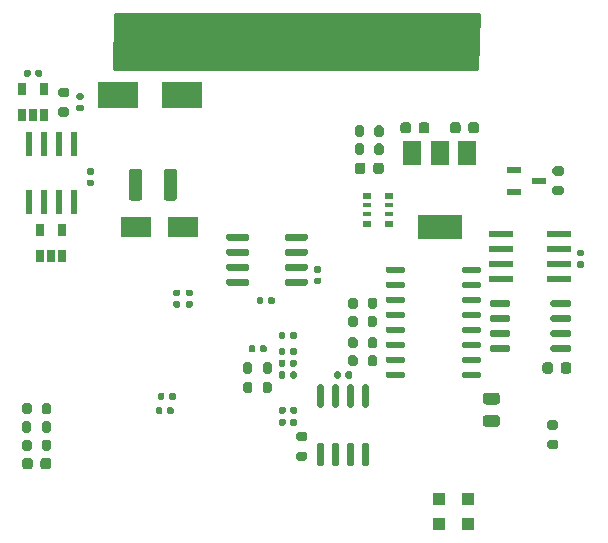
<source format=gbr>
G04 #@! TF.GenerationSoftware,KiCad,Pcbnew,5.1.9-73d0e3b20d~88~ubuntu20.04.1*
G04 #@! TF.CreationDate,2021-04-08T00:26:52+08:00*
G04 #@! TF.ProjectId,AbsoluteEncoderBoard,4162736f-6c75-4746-9545-6e636f646572,rev?*
G04 #@! TF.SameCoordinates,Original*
G04 #@! TF.FileFunction,Paste,Bot*
G04 #@! TF.FilePolarity,Positive*
%FSLAX46Y46*%
G04 Gerber Fmt 4.6, Leading zero omitted, Abs format (unit mm)*
G04 Created by KiCad (PCBNEW 5.1.9-73d0e3b20d~88~ubuntu20.04.1) date 2021-04-08 00:26:52*
%MOMM*%
%LPD*%
G01*
G04 APERTURE LIST*
%ADD10R,0.650000X1.060000*%
%ADD11R,2.500000X1.800000*%
%ADD12R,3.500000X2.300000*%
%ADD13R,1.500000X2.000000*%
%ADD14R,3.800000X2.000000*%
%ADD15R,2.000000X0.600000*%
%ADD16R,0.600000X2.000000*%
%ADD17R,0.800000X0.500000*%
%ADD18R,0.800000X0.400000*%
%ADD19R,1.000000X1.000000*%
%ADD20R,1.300000X0.600000*%
%ADD21C,0.254000*%
%ADD22C,0.100000*%
G04 APERTURE END LIST*
G36*
G01*
X146860000Y-73950000D02*
X146860000Y-73610000D01*
G75*
G02*
X147000000Y-73470000I140000J0D01*
G01*
X147280000Y-73470000D01*
G75*
G02*
X147420000Y-73610000I0J-140000D01*
G01*
X147420000Y-73950000D01*
G75*
G02*
X147280000Y-74090000I-140000J0D01*
G01*
X147000000Y-74090000D01*
G75*
G02*
X146860000Y-73950000I0J140000D01*
G01*
G37*
G36*
G01*
X145900000Y-73950000D02*
X145900000Y-73610000D01*
G75*
G02*
X146040000Y-73470000I140000J0D01*
G01*
X146320000Y-73470000D01*
G75*
G02*
X146460000Y-73610000I0J-140000D01*
G01*
X146460000Y-73950000D01*
G75*
G02*
X146320000Y-74090000I-140000J0D01*
G01*
X146040000Y-74090000D01*
G75*
G02*
X145900000Y-73950000I0J140000D01*
G01*
G37*
G36*
G01*
X139630000Y-69725000D02*
X139970000Y-69725000D01*
G75*
G02*
X140110000Y-69865000I0J-140000D01*
G01*
X140110000Y-70145000D01*
G75*
G02*
X139970000Y-70285000I-140000J0D01*
G01*
X139630000Y-70285000D01*
G75*
G02*
X139490000Y-70145000I0J140000D01*
G01*
X139490000Y-69865000D01*
G75*
G02*
X139630000Y-69725000I140000J0D01*
G01*
G37*
G36*
G01*
X139630000Y-68765000D02*
X139970000Y-68765000D01*
G75*
G02*
X140110000Y-68905000I0J-140000D01*
G01*
X140110000Y-69185000D01*
G75*
G02*
X139970000Y-69325000I-140000J0D01*
G01*
X139630000Y-69325000D01*
G75*
G02*
X139490000Y-69185000I0J140000D01*
G01*
X139490000Y-68905000D01*
G75*
G02*
X139630000Y-68765000I140000J0D01*
G01*
G37*
G36*
G01*
X147530000Y-69860000D02*
X147530000Y-69520000D01*
G75*
G02*
X147670000Y-69380000I140000J0D01*
G01*
X147950000Y-69380000D01*
G75*
G02*
X148090000Y-69520000I0J-140000D01*
G01*
X148090000Y-69860000D01*
G75*
G02*
X147950000Y-70000000I-140000J0D01*
G01*
X147670000Y-70000000D01*
G75*
G02*
X147530000Y-69860000I0J140000D01*
G01*
G37*
G36*
G01*
X146570000Y-69860000D02*
X146570000Y-69520000D01*
G75*
G02*
X146710000Y-69380000I140000J0D01*
G01*
X146990000Y-69380000D01*
G75*
G02*
X147130000Y-69520000I0J-140000D01*
G01*
X147130000Y-69860000D01*
G75*
G02*
X146990000Y-70000000I-140000J0D01*
G01*
X146710000Y-70000000D01*
G75*
G02*
X146570000Y-69860000I0J140000D01*
G01*
G37*
G36*
G01*
X139175000Y-77970000D02*
X139175000Y-77630000D01*
G75*
G02*
X139315000Y-77490000I140000J0D01*
G01*
X139595000Y-77490000D01*
G75*
G02*
X139735000Y-77630000I0J-140000D01*
G01*
X139735000Y-77970000D01*
G75*
G02*
X139595000Y-78110000I-140000J0D01*
G01*
X139315000Y-78110000D01*
G75*
G02*
X139175000Y-77970000I0J140000D01*
G01*
G37*
G36*
G01*
X138215000Y-77970000D02*
X138215000Y-77630000D01*
G75*
G02*
X138355000Y-77490000I140000J0D01*
G01*
X138635000Y-77490000D01*
G75*
G02*
X138775000Y-77630000I0J-140000D01*
G01*
X138775000Y-77970000D01*
G75*
G02*
X138635000Y-78110000I-140000J0D01*
G01*
X138355000Y-78110000D01*
G75*
G02*
X138215000Y-77970000I0J140000D01*
G01*
G37*
G36*
G01*
X149000000Y-72480000D02*
X149000000Y-72820000D01*
G75*
G02*
X148860000Y-72960000I-140000J0D01*
G01*
X148580000Y-72960000D01*
G75*
G02*
X148440000Y-72820000I0J140000D01*
G01*
X148440000Y-72480000D01*
G75*
G02*
X148580000Y-72340000I140000J0D01*
G01*
X148860000Y-72340000D01*
G75*
G02*
X149000000Y-72480000I0J-140000D01*
G01*
G37*
G36*
G01*
X149960000Y-72480000D02*
X149960000Y-72820000D01*
G75*
G02*
X149820000Y-72960000I-140000J0D01*
G01*
X149540000Y-72960000D01*
G75*
G02*
X149400000Y-72820000I0J140000D01*
G01*
X149400000Y-72480000D01*
G75*
G02*
X149540000Y-72340000I140000J0D01*
G01*
X149820000Y-72340000D01*
G75*
G02*
X149960000Y-72480000I0J-140000D01*
G01*
G37*
G36*
G01*
X149025000Y-78805000D02*
X149025000Y-79145000D01*
G75*
G02*
X148885000Y-79285000I-140000J0D01*
G01*
X148605000Y-79285000D01*
G75*
G02*
X148465000Y-79145000I0J140000D01*
G01*
X148465000Y-78805000D01*
G75*
G02*
X148605000Y-78665000I140000J0D01*
G01*
X148885000Y-78665000D01*
G75*
G02*
X149025000Y-78805000I0J-140000D01*
G01*
G37*
G36*
G01*
X149985000Y-78805000D02*
X149985000Y-79145000D01*
G75*
G02*
X149845000Y-79285000I-140000J0D01*
G01*
X149565000Y-79285000D01*
G75*
G02*
X149425000Y-79145000I0J140000D01*
G01*
X149425000Y-78805000D01*
G75*
G02*
X149565000Y-78665000I140000J0D01*
G01*
X149845000Y-78665000D01*
G75*
G02*
X149985000Y-78805000I0J-140000D01*
G01*
G37*
G36*
G01*
X140705000Y-69725000D02*
X141045000Y-69725000D01*
G75*
G02*
X141185000Y-69865000I0J-140000D01*
G01*
X141185000Y-70145000D01*
G75*
G02*
X141045000Y-70285000I-140000J0D01*
G01*
X140705000Y-70285000D01*
G75*
G02*
X140565000Y-70145000I0J140000D01*
G01*
X140565000Y-69865000D01*
G75*
G02*
X140705000Y-69725000I140000J0D01*
G01*
G37*
G36*
G01*
X140705000Y-68765000D02*
X141045000Y-68765000D01*
G75*
G02*
X141185000Y-68905000I0J-140000D01*
G01*
X141185000Y-69185000D01*
G75*
G02*
X141045000Y-69325000I-140000J0D01*
G01*
X140705000Y-69325000D01*
G75*
G02*
X140565000Y-69185000I0J140000D01*
G01*
X140565000Y-68905000D01*
G75*
G02*
X140705000Y-68765000I140000J0D01*
G01*
G37*
G36*
G01*
X149425000Y-80170000D02*
X149425000Y-79830000D01*
G75*
G02*
X149565000Y-79690000I140000J0D01*
G01*
X149845000Y-79690000D01*
G75*
G02*
X149985000Y-79830000I0J-140000D01*
G01*
X149985000Y-80170000D01*
G75*
G02*
X149845000Y-80310000I-140000J0D01*
G01*
X149565000Y-80310000D01*
G75*
G02*
X149425000Y-80170000I0J140000D01*
G01*
G37*
G36*
G01*
X148465000Y-80170000D02*
X148465000Y-79830000D01*
G75*
G02*
X148605000Y-79690000I140000J0D01*
G01*
X148885000Y-79690000D01*
G75*
G02*
X149025000Y-79830000I0J-140000D01*
G01*
X149025000Y-80170000D01*
G75*
G02*
X148885000Y-80310000I-140000J0D01*
G01*
X148605000Y-80310000D01*
G75*
G02*
X148465000Y-80170000I0J140000D01*
G01*
G37*
G36*
G01*
X139000000Y-79195000D02*
X139000000Y-78855000D01*
G75*
G02*
X139140000Y-78715000I140000J0D01*
G01*
X139420000Y-78715000D01*
G75*
G02*
X139560000Y-78855000I0J-140000D01*
G01*
X139560000Y-79195000D01*
G75*
G02*
X139420000Y-79335000I-140000J0D01*
G01*
X139140000Y-79335000D01*
G75*
G02*
X139000000Y-79195000I0J140000D01*
G01*
G37*
G36*
G01*
X138040000Y-79195000D02*
X138040000Y-78855000D01*
G75*
G02*
X138180000Y-78715000I140000J0D01*
G01*
X138460000Y-78715000D01*
G75*
G02*
X138600000Y-78855000I0J-140000D01*
G01*
X138600000Y-79195000D01*
G75*
G02*
X138460000Y-79335000I-140000J0D01*
G01*
X138180000Y-79335000D01*
G75*
G02*
X138040000Y-79195000I0J140000D01*
G01*
G37*
G36*
G01*
X151920000Y-67350000D02*
X151580000Y-67350000D01*
G75*
G02*
X151440000Y-67210000I0J140000D01*
G01*
X151440000Y-66930000D01*
G75*
G02*
X151580000Y-66790000I140000J0D01*
G01*
X151920000Y-66790000D01*
G75*
G02*
X152060000Y-66930000I0J-140000D01*
G01*
X152060000Y-67210000D01*
G75*
G02*
X151920000Y-67350000I-140000J0D01*
G01*
G37*
G36*
G01*
X151920000Y-68310000D02*
X151580000Y-68310000D01*
G75*
G02*
X151440000Y-68170000I0J140000D01*
G01*
X151440000Y-67890000D01*
G75*
G02*
X151580000Y-67750000I140000J0D01*
G01*
X151920000Y-67750000D01*
G75*
G02*
X152060000Y-67890000I0J-140000D01*
G01*
X152060000Y-68170000D01*
G75*
G02*
X151920000Y-68310000I-140000J0D01*
G01*
G37*
G36*
G01*
X149010000Y-74830000D02*
X149010000Y-75170000D01*
G75*
G02*
X148870000Y-75310000I-140000J0D01*
G01*
X148590000Y-75310000D01*
G75*
G02*
X148450000Y-75170000I0J140000D01*
G01*
X148450000Y-74830000D01*
G75*
G02*
X148590000Y-74690000I140000J0D01*
G01*
X148870000Y-74690000D01*
G75*
G02*
X149010000Y-74830000I0J-140000D01*
G01*
G37*
G36*
G01*
X149970000Y-74830000D02*
X149970000Y-75170000D01*
G75*
G02*
X149830000Y-75310000I-140000J0D01*
G01*
X149550000Y-75310000D01*
G75*
G02*
X149410000Y-75170000I0J140000D01*
G01*
X149410000Y-74830000D01*
G75*
G02*
X149550000Y-74690000I140000J0D01*
G01*
X149830000Y-74690000D01*
G75*
G02*
X149970000Y-74830000I0J-140000D01*
G01*
G37*
G36*
G01*
X173830000Y-66345000D02*
X174170000Y-66345000D01*
G75*
G02*
X174310000Y-66485000I0J-140000D01*
G01*
X174310000Y-66765000D01*
G75*
G02*
X174170000Y-66905000I-140000J0D01*
G01*
X173830000Y-66905000D01*
G75*
G02*
X173690000Y-66765000I0J140000D01*
G01*
X173690000Y-66485000D01*
G75*
G02*
X173830000Y-66345000I140000J0D01*
G01*
G37*
G36*
G01*
X173830000Y-65385000D02*
X174170000Y-65385000D01*
G75*
G02*
X174310000Y-65525000I0J-140000D01*
G01*
X174310000Y-65805000D01*
G75*
G02*
X174170000Y-65945000I-140000J0D01*
G01*
X173830000Y-65945000D01*
G75*
G02*
X173690000Y-65805000I0J140000D01*
G01*
X173690000Y-65525000D01*
G75*
G02*
X173830000Y-65385000I140000J0D01*
G01*
G37*
G36*
G01*
X153700000Y-75830000D02*
X153700000Y-76170000D01*
G75*
G02*
X153560000Y-76310000I-140000J0D01*
G01*
X153280000Y-76310000D01*
G75*
G02*
X153140000Y-76170000I0J140000D01*
G01*
X153140000Y-75830000D01*
G75*
G02*
X153280000Y-75690000I140000J0D01*
G01*
X153560000Y-75690000D01*
G75*
G02*
X153700000Y-75830000I0J-140000D01*
G01*
G37*
G36*
G01*
X154660000Y-75830000D02*
X154660000Y-76170000D01*
G75*
G02*
X154520000Y-76310000I-140000J0D01*
G01*
X154240000Y-76310000D01*
G75*
G02*
X154100000Y-76170000I0J140000D01*
G01*
X154100000Y-75830000D01*
G75*
G02*
X154240000Y-75690000I140000J0D01*
G01*
X154520000Y-75690000D01*
G75*
G02*
X154660000Y-75830000I0J-140000D01*
G01*
G37*
G36*
G01*
X127450000Y-50280000D02*
X127450000Y-50620000D01*
G75*
G02*
X127310000Y-50760000I-140000J0D01*
G01*
X127030000Y-50760000D01*
G75*
G02*
X126890000Y-50620000I0J140000D01*
G01*
X126890000Y-50280000D01*
G75*
G02*
X127030000Y-50140000I140000J0D01*
G01*
X127310000Y-50140000D01*
G75*
G02*
X127450000Y-50280000I0J-140000D01*
G01*
G37*
G36*
G01*
X128410000Y-50280000D02*
X128410000Y-50620000D01*
G75*
G02*
X128270000Y-50760000I-140000J0D01*
G01*
X127990000Y-50760000D01*
G75*
G02*
X127850000Y-50620000I0J140000D01*
G01*
X127850000Y-50280000D01*
G75*
G02*
X127990000Y-50140000I140000J0D01*
G01*
X128270000Y-50140000D01*
G75*
G02*
X128410000Y-50280000I0J-140000D01*
G01*
G37*
G36*
G01*
X149010000Y-75830000D02*
X149010000Y-76170000D01*
G75*
G02*
X148870000Y-76310000I-140000J0D01*
G01*
X148590000Y-76310000D01*
G75*
G02*
X148450000Y-76170000I0J140000D01*
G01*
X148450000Y-75830000D01*
G75*
G02*
X148590000Y-75690000I140000J0D01*
G01*
X148870000Y-75690000D01*
G75*
G02*
X149010000Y-75830000I0J-140000D01*
G01*
G37*
G36*
G01*
X149970000Y-75830000D02*
X149970000Y-76170000D01*
G75*
G02*
X149830000Y-76310000I-140000J0D01*
G01*
X149550000Y-76310000D01*
G75*
G02*
X149410000Y-76170000I0J140000D01*
G01*
X149410000Y-75830000D01*
G75*
G02*
X149550000Y-75690000I140000J0D01*
G01*
X149830000Y-75690000D01*
G75*
G02*
X149970000Y-75830000I0J-140000D01*
G01*
G37*
G36*
G01*
X131790000Y-52700000D02*
X131450000Y-52700000D01*
G75*
G02*
X131310000Y-52560000I0J140000D01*
G01*
X131310000Y-52280000D01*
G75*
G02*
X131450000Y-52140000I140000J0D01*
G01*
X131790000Y-52140000D01*
G75*
G02*
X131930000Y-52280000I0J-140000D01*
G01*
X131930000Y-52560000D01*
G75*
G02*
X131790000Y-52700000I-140000J0D01*
G01*
G37*
G36*
G01*
X131790000Y-53660000D02*
X131450000Y-53660000D01*
G75*
G02*
X131310000Y-53520000I0J140000D01*
G01*
X131310000Y-53240000D01*
G75*
G02*
X131450000Y-53100000I140000J0D01*
G01*
X131790000Y-53100000D01*
G75*
G02*
X131930000Y-53240000I0J-140000D01*
G01*
X131930000Y-53520000D01*
G75*
G02*
X131790000Y-53660000I-140000J0D01*
G01*
G37*
D10*
X130125000Y-63700000D03*
X128225000Y-63700000D03*
X128225000Y-65900000D03*
X129175000Y-65900000D03*
X130125000Y-65900000D03*
G36*
G01*
X132670000Y-59050000D02*
X132330000Y-59050000D01*
G75*
G02*
X132190000Y-58910000I0J140000D01*
G01*
X132190000Y-58630000D01*
G75*
G02*
X132330000Y-58490000I140000J0D01*
G01*
X132670000Y-58490000D01*
G75*
G02*
X132810000Y-58630000I0J-140000D01*
G01*
X132810000Y-58910000D01*
G75*
G02*
X132670000Y-59050000I-140000J0D01*
G01*
G37*
G36*
G01*
X132670000Y-60010000D02*
X132330000Y-60010000D01*
G75*
G02*
X132190000Y-59870000I0J140000D01*
G01*
X132190000Y-59590000D01*
G75*
G02*
X132330000Y-59450000I140000J0D01*
G01*
X132670000Y-59450000D01*
G75*
G02*
X132810000Y-59590000I0J-140000D01*
G01*
X132810000Y-59870000D01*
G75*
G02*
X132670000Y-60010000I-140000J0D01*
G01*
G37*
G36*
G01*
X149010000Y-73830000D02*
X149010000Y-74170000D01*
G75*
G02*
X148870000Y-74310000I-140000J0D01*
G01*
X148590000Y-74310000D01*
G75*
G02*
X148450000Y-74170000I0J140000D01*
G01*
X148450000Y-73830000D01*
G75*
G02*
X148590000Y-73690000I140000J0D01*
G01*
X148870000Y-73690000D01*
G75*
G02*
X149010000Y-73830000I0J-140000D01*
G01*
G37*
G36*
G01*
X149970000Y-73830000D02*
X149970000Y-74170000D01*
G75*
G02*
X149830000Y-74310000I-140000J0D01*
G01*
X149550000Y-74310000D01*
G75*
G02*
X149410000Y-74170000I0J140000D01*
G01*
X149410000Y-73830000D01*
G75*
G02*
X149550000Y-73690000I140000J0D01*
G01*
X149830000Y-73690000D01*
G75*
G02*
X149970000Y-73830000I0J-140000D01*
G01*
G37*
G36*
G01*
X138700000Y-61000001D02*
X138700000Y-58799999D01*
G75*
G02*
X138949999Y-58550000I249999J0D01*
G01*
X139600001Y-58550000D01*
G75*
G02*
X139850000Y-58799999I0J-249999D01*
G01*
X139850000Y-61000001D01*
G75*
G02*
X139600001Y-61250000I-249999J0D01*
G01*
X138949999Y-61250000D01*
G75*
G02*
X138700000Y-61000001I0J249999D01*
G01*
G37*
G36*
G01*
X135750000Y-61000001D02*
X135750000Y-58799999D01*
G75*
G02*
X135999999Y-58550000I249999J0D01*
G01*
X136650001Y-58550000D01*
G75*
G02*
X136900000Y-58799999I0J-249999D01*
G01*
X136900000Y-61000001D01*
G75*
G02*
X136650001Y-61250000I-249999J0D01*
G01*
X135999999Y-61250000D01*
G75*
G02*
X135750000Y-61000001I0J249999D01*
G01*
G37*
D11*
X136325000Y-63475000D03*
X140325000Y-63475000D03*
D12*
X134860000Y-52290000D03*
X140260000Y-52290000D03*
G36*
G01*
X156440840Y-58750000D02*
X156440840Y-58250000D01*
G75*
G02*
X156665840Y-58025000I225000J0D01*
G01*
X157115840Y-58025000D01*
G75*
G02*
X157340840Y-58250000I0J-225000D01*
G01*
X157340840Y-58750000D01*
G75*
G02*
X157115840Y-58975000I-225000J0D01*
G01*
X156665840Y-58975000D01*
G75*
G02*
X156440840Y-58750000I0J225000D01*
G01*
G37*
G36*
G01*
X154890840Y-58750000D02*
X154890840Y-58250000D01*
G75*
G02*
X155115840Y-58025000I225000J0D01*
G01*
X155565840Y-58025000D01*
G75*
G02*
X155790840Y-58250000I0J-225000D01*
G01*
X155790840Y-58750000D01*
G75*
G02*
X155565840Y-58975000I-225000J0D01*
G01*
X155115840Y-58975000D01*
G75*
G02*
X154890840Y-58750000I0J225000D01*
G01*
G37*
G36*
G01*
X164000000Y-76132500D02*
X164000000Y-75857500D01*
G75*
G02*
X164137500Y-75720000I137500J0D01*
G01*
X165462500Y-75720000D01*
G75*
G02*
X165600000Y-75857500I0J-137500D01*
G01*
X165600000Y-76132500D01*
G75*
G02*
X165462500Y-76270000I-137500J0D01*
G01*
X164137500Y-76270000D01*
G75*
G02*
X164000000Y-76132500I0J137500D01*
G01*
G37*
G36*
G01*
X164000000Y-74862500D02*
X164000000Y-74587500D01*
G75*
G02*
X164137500Y-74450000I137500J0D01*
G01*
X165462500Y-74450000D01*
G75*
G02*
X165600000Y-74587500I0J-137500D01*
G01*
X165600000Y-74862500D01*
G75*
G02*
X165462500Y-75000000I-137500J0D01*
G01*
X164137500Y-75000000D01*
G75*
G02*
X164000000Y-74862500I0J137500D01*
G01*
G37*
G36*
G01*
X164000000Y-73592500D02*
X164000000Y-73317500D01*
G75*
G02*
X164137500Y-73180000I137500J0D01*
G01*
X165462500Y-73180000D01*
G75*
G02*
X165600000Y-73317500I0J-137500D01*
G01*
X165600000Y-73592500D01*
G75*
G02*
X165462500Y-73730000I-137500J0D01*
G01*
X164137500Y-73730000D01*
G75*
G02*
X164000000Y-73592500I0J137500D01*
G01*
G37*
G36*
G01*
X164000000Y-72322500D02*
X164000000Y-72047500D01*
G75*
G02*
X164137500Y-71910000I137500J0D01*
G01*
X165462500Y-71910000D01*
G75*
G02*
X165600000Y-72047500I0J-137500D01*
G01*
X165600000Y-72322500D01*
G75*
G02*
X165462500Y-72460000I-137500J0D01*
G01*
X164137500Y-72460000D01*
G75*
G02*
X164000000Y-72322500I0J137500D01*
G01*
G37*
G36*
G01*
X164000000Y-71052500D02*
X164000000Y-70777500D01*
G75*
G02*
X164137500Y-70640000I137500J0D01*
G01*
X165462500Y-70640000D01*
G75*
G02*
X165600000Y-70777500I0J-137500D01*
G01*
X165600000Y-71052500D01*
G75*
G02*
X165462500Y-71190000I-137500J0D01*
G01*
X164137500Y-71190000D01*
G75*
G02*
X164000000Y-71052500I0J137500D01*
G01*
G37*
G36*
G01*
X164000000Y-69782500D02*
X164000000Y-69507500D01*
G75*
G02*
X164137500Y-69370000I137500J0D01*
G01*
X165462500Y-69370000D01*
G75*
G02*
X165600000Y-69507500I0J-137500D01*
G01*
X165600000Y-69782500D01*
G75*
G02*
X165462500Y-69920000I-137500J0D01*
G01*
X164137500Y-69920000D01*
G75*
G02*
X164000000Y-69782500I0J137500D01*
G01*
G37*
G36*
G01*
X164000000Y-68512500D02*
X164000000Y-68237500D01*
G75*
G02*
X164137500Y-68100000I137500J0D01*
G01*
X165462500Y-68100000D01*
G75*
G02*
X165600000Y-68237500I0J-137500D01*
G01*
X165600000Y-68512500D01*
G75*
G02*
X165462500Y-68650000I-137500J0D01*
G01*
X164137500Y-68650000D01*
G75*
G02*
X164000000Y-68512500I0J137500D01*
G01*
G37*
G36*
G01*
X164000000Y-67242500D02*
X164000000Y-66967500D01*
G75*
G02*
X164137500Y-66830000I137500J0D01*
G01*
X165462500Y-66830000D01*
G75*
G02*
X165600000Y-66967500I0J-137500D01*
G01*
X165600000Y-67242500D01*
G75*
G02*
X165462500Y-67380000I-137500J0D01*
G01*
X164137500Y-67380000D01*
G75*
G02*
X164000000Y-67242500I0J137500D01*
G01*
G37*
G36*
G01*
X157500000Y-67242500D02*
X157500000Y-66967500D01*
G75*
G02*
X157637500Y-66830000I137500J0D01*
G01*
X158962500Y-66830000D01*
G75*
G02*
X159100000Y-66967500I0J-137500D01*
G01*
X159100000Y-67242500D01*
G75*
G02*
X158962500Y-67380000I-137500J0D01*
G01*
X157637500Y-67380000D01*
G75*
G02*
X157500000Y-67242500I0J137500D01*
G01*
G37*
G36*
G01*
X157500000Y-68512500D02*
X157500000Y-68237500D01*
G75*
G02*
X157637500Y-68100000I137500J0D01*
G01*
X158962500Y-68100000D01*
G75*
G02*
X159100000Y-68237500I0J-137500D01*
G01*
X159100000Y-68512500D01*
G75*
G02*
X158962500Y-68650000I-137500J0D01*
G01*
X157637500Y-68650000D01*
G75*
G02*
X157500000Y-68512500I0J137500D01*
G01*
G37*
G36*
G01*
X157500000Y-69782500D02*
X157500000Y-69507500D01*
G75*
G02*
X157637500Y-69370000I137500J0D01*
G01*
X158962500Y-69370000D01*
G75*
G02*
X159100000Y-69507500I0J-137500D01*
G01*
X159100000Y-69782500D01*
G75*
G02*
X158962500Y-69920000I-137500J0D01*
G01*
X157637500Y-69920000D01*
G75*
G02*
X157500000Y-69782500I0J137500D01*
G01*
G37*
G36*
G01*
X157500000Y-71052500D02*
X157500000Y-70777500D01*
G75*
G02*
X157637500Y-70640000I137500J0D01*
G01*
X158962500Y-70640000D01*
G75*
G02*
X159100000Y-70777500I0J-137500D01*
G01*
X159100000Y-71052500D01*
G75*
G02*
X158962500Y-71190000I-137500J0D01*
G01*
X157637500Y-71190000D01*
G75*
G02*
X157500000Y-71052500I0J137500D01*
G01*
G37*
G36*
G01*
X157500000Y-72322500D02*
X157500000Y-72047500D01*
G75*
G02*
X157637500Y-71910000I137500J0D01*
G01*
X158962500Y-71910000D01*
G75*
G02*
X159100000Y-72047500I0J-137500D01*
G01*
X159100000Y-72322500D01*
G75*
G02*
X158962500Y-72460000I-137500J0D01*
G01*
X157637500Y-72460000D01*
G75*
G02*
X157500000Y-72322500I0J137500D01*
G01*
G37*
G36*
G01*
X157500000Y-73592500D02*
X157500000Y-73317500D01*
G75*
G02*
X157637500Y-73180000I137500J0D01*
G01*
X158962500Y-73180000D01*
G75*
G02*
X159100000Y-73317500I0J-137500D01*
G01*
X159100000Y-73592500D01*
G75*
G02*
X158962500Y-73730000I-137500J0D01*
G01*
X157637500Y-73730000D01*
G75*
G02*
X157500000Y-73592500I0J137500D01*
G01*
G37*
G36*
G01*
X157500000Y-74862500D02*
X157500000Y-74587500D01*
G75*
G02*
X157637500Y-74450000I137500J0D01*
G01*
X158962500Y-74450000D01*
G75*
G02*
X159100000Y-74587500I0J-137500D01*
G01*
X159100000Y-74862500D01*
G75*
G02*
X158962500Y-75000000I-137500J0D01*
G01*
X157637500Y-75000000D01*
G75*
G02*
X157500000Y-74862500I0J137500D01*
G01*
G37*
G36*
G01*
X157500000Y-76132500D02*
X157500000Y-75857500D01*
G75*
G02*
X157637500Y-75720000I137500J0D01*
G01*
X158962500Y-75720000D01*
G75*
G02*
X159100000Y-75857500I0J-137500D01*
G01*
X159100000Y-76132500D01*
G75*
G02*
X158962500Y-76270000I-137500J0D01*
G01*
X157637500Y-76270000D01*
G75*
G02*
X157500000Y-76132500I0J137500D01*
G01*
G37*
G36*
G01*
X148950000Y-68305000D02*
X148950000Y-68005000D01*
G75*
G02*
X149100000Y-67855000I150000J0D01*
G01*
X150750000Y-67855000D01*
G75*
G02*
X150900000Y-68005000I0J-150000D01*
G01*
X150900000Y-68305000D01*
G75*
G02*
X150750000Y-68455000I-150000J0D01*
G01*
X149100000Y-68455000D01*
G75*
G02*
X148950000Y-68305000I0J150000D01*
G01*
G37*
G36*
G01*
X148950000Y-67035000D02*
X148950000Y-66735000D01*
G75*
G02*
X149100000Y-66585000I150000J0D01*
G01*
X150750000Y-66585000D01*
G75*
G02*
X150900000Y-66735000I0J-150000D01*
G01*
X150900000Y-67035000D01*
G75*
G02*
X150750000Y-67185000I-150000J0D01*
G01*
X149100000Y-67185000D01*
G75*
G02*
X148950000Y-67035000I0J150000D01*
G01*
G37*
G36*
G01*
X148950000Y-65765000D02*
X148950000Y-65465000D01*
G75*
G02*
X149100000Y-65315000I150000J0D01*
G01*
X150750000Y-65315000D01*
G75*
G02*
X150900000Y-65465000I0J-150000D01*
G01*
X150900000Y-65765000D01*
G75*
G02*
X150750000Y-65915000I-150000J0D01*
G01*
X149100000Y-65915000D01*
G75*
G02*
X148950000Y-65765000I0J150000D01*
G01*
G37*
G36*
G01*
X148950000Y-64495000D02*
X148950000Y-64195000D01*
G75*
G02*
X149100000Y-64045000I150000J0D01*
G01*
X150750000Y-64045000D01*
G75*
G02*
X150900000Y-64195000I0J-150000D01*
G01*
X150900000Y-64495000D01*
G75*
G02*
X150750000Y-64645000I-150000J0D01*
G01*
X149100000Y-64645000D01*
G75*
G02*
X148950000Y-64495000I0J150000D01*
G01*
G37*
G36*
G01*
X144000000Y-64495000D02*
X144000000Y-64195000D01*
G75*
G02*
X144150000Y-64045000I150000J0D01*
G01*
X145800000Y-64045000D01*
G75*
G02*
X145950000Y-64195000I0J-150000D01*
G01*
X145950000Y-64495000D01*
G75*
G02*
X145800000Y-64645000I-150000J0D01*
G01*
X144150000Y-64645000D01*
G75*
G02*
X144000000Y-64495000I0J150000D01*
G01*
G37*
G36*
G01*
X144000000Y-65765000D02*
X144000000Y-65465000D01*
G75*
G02*
X144150000Y-65315000I150000J0D01*
G01*
X145800000Y-65315000D01*
G75*
G02*
X145950000Y-65465000I0J-150000D01*
G01*
X145950000Y-65765000D01*
G75*
G02*
X145800000Y-65915000I-150000J0D01*
G01*
X144150000Y-65915000D01*
G75*
G02*
X144000000Y-65765000I0J150000D01*
G01*
G37*
G36*
G01*
X144000000Y-67035000D02*
X144000000Y-66735000D01*
G75*
G02*
X144150000Y-66585000I150000J0D01*
G01*
X145800000Y-66585000D01*
G75*
G02*
X145950000Y-66735000I0J-150000D01*
G01*
X145950000Y-67035000D01*
G75*
G02*
X145800000Y-67185000I-150000J0D01*
G01*
X144150000Y-67185000D01*
G75*
G02*
X144000000Y-67035000I0J150000D01*
G01*
G37*
G36*
G01*
X144000000Y-68305000D02*
X144000000Y-68005000D01*
G75*
G02*
X144150000Y-67855000I150000J0D01*
G01*
X145800000Y-67855000D01*
G75*
G02*
X145950000Y-68005000I0J-150000D01*
G01*
X145950000Y-68305000D01*
G75*
G02*
X145800000Y-68455000I-150000J0D01*
G01*
X144150000Y-68455000D01*
G75*
G02*
X144000000Y-68305000I0J150000D01*
G01*
G37*
D13*
X159763400Y-57190000D03*
X164363400Y-57190000D03*
X162063400Y-57190000D03*
D14*
X162063400Y-63490000D03*
G36*
G01*
X171450000Y-73905000D02*
X171450000Y-73605000D01*
G75*
G02*
X171600000Y-73455000I150000J0D01*
G01*
X173050000Y-73455000D01*
G75*
G02*
X173200000Y-73605000I0J-150000D01*
G01*
X173200000Y-73905000D01*
G75*
G02*
X173050000Y-74055000I-150000J0D01*
G01*
X171600000Y-74055000D01*
G75*
G02*
X171450000Y-73905000I0J150000D01*
G01*
G37*
G36*
G01*
X171450000Y-72635000D02*
X171450000Y-72335000D01*
G75*
G02*
X171600000Y-72185000I150000J0D01*
G01*
X173050000Y-72185000D01*
G75*
G02*
X173200000Y-72335000I0J-150000D01*
G01*
X173200000Y-72635000D01*
G75*
G02*
X173050000Y-72785000I-150000J0D01*
G01*
X171600000Y-72785000D01*
G75*
G02*
X171450000Y-72635000I0J150000D01*
G01*
G37*
G36*
G01*
X171450000Y-71365000D02*
X171450000Y-71065000D01*
G75*
G02*
X171600000Y-70915000I150000J0D01*
G01*
X173050000Y-70915000D01*
G75*
G02*
X173200000Y-71065000I0J-150000D01*
G01*
X173200000Y-71365000D01*
G75*
G02*
X173050000Y-71515000I-150000J0D01*
G01*
X171600000Y-71515000D01*
G75*
G02*
X171450000Y-71365000I0J150000D01*
G01*
G37*
G36*
G01*
X171450000Y-70095000D02*
X171450000Y-69795000D01*
G75*
G02*
X171600000Y-69645000I150000J0D01*
G01*
X173050000Y-69645000D01*
G75*
G02*
X173200000Y-69795000I0J-150000D01*
G01*
X173200000Y-70095000D01*
G75*
G02*
X173050000Y-70245000I-150000J0D01*
G01*
X171600000Y-70245000D01*
G75*
G02*
X171450000Y-70095000I0J150000D01*
G01*
G37*
G36*
G01*
X166300000Y-70095000D02*
X166300000Y-69795000D01*
G75*
G02*
X166450000Y-69645000I150000J0D01*
G01*
X167900000Y-69645000D01*
G75*
G02*
X168050000Y-69795000I0J-150000D01*
G01*
X168050000Y-70095000D01*
G75*
G02*
X167900000Y-70245000I-150000J0D01*
G01*
X166450000Y-70245000D01*
G75*
G02*
X166300000Y-70095000I0J150000D01*
G01*
G37*
G36*
G01*
X166300000Y-71365000D02*
X166300000Y-71065000D01*
G75*
G02*
X166450000Y-70915000I150000J0D01*
G01*
X167900000Y-70915000D01*
G75*
G02*
X168050000Y-71065000I0J-150000D01*
G01*
X168050000Y-71365000D01*
G75*
G02*
X167900000Y-71515000I-150000J0D01*
G01*
X166450000Y-71515000D01*
G75*
G02*
X166300000Y-71365000I0J150000D01*
G01*
G37*
G36*
G01*
X166300000Y-72635000D02*
X166300000Y-72335000D01*
G75*
G02*
X166450000Y-72185000I150000J0D01*
G01*
X167900000Y-72185000D01*
G75*
G02*
X168050000Y-72335000I0J-150000D01*
G01*
X168050000Y-72635000D01*
G75*
G02*
X167900000Y-72785000I-150000J0D01*
G01*
X166450000Y-72785000D01*
G75*
G02*
X166300000Y-72635000I0J150000D01*
G01*
G37*
G36*
G01*
X166300000Y-73905000D02*
X166300000Y-73605000D01*
G75*
G02*
X166450000Y-73455000I150000J0D01*
G01*
X167900000Y-73455000D01*
G75*
G02*
X168050000Y-73605000I0J-150000D01*
G01*
X168050000Y-73905000D01*
G75*
G02*
X167900000Y-74055000I-150000J0D01*
G01*
X166450000Y-74055000D01*
G75*
G02*
X166300000Y-73905000I0J150000D01*
G01*
G37*
D15*
X172200000Y-66635000D03*
X167300000Y-64095000D03*
X167300000Y-65365000D03*
X167300000Y-66635000D03*
X167300000Y-67905000D03*
X172200000Y-67905000D03*
X172200000Y-65365000D03*
X172200000Y-64095000D03*
G36*
G01*
X151845000Y-81750000D02*
X152145000Y-81750000D01*
G75*
G02*
X152295000Y-81900000I0J-150000D01*
G01*
X152295000Y-83550000D01*
G75*
G02*
X152145000Y-83700000I-150000J0D01*
G01*
X151845000Y-83700000D01*
G75*
G02*
X151695000Y-83550000I0J150000D01*
G01*
X151695000Y-81900000D01*
G75*
G02*
X151845000Y-81750000I150000J0D01*
G01*
G37*
G36*
G01*
X153115000Y-81750000D02*
X153415000Y-81750000D01*
G75*
G02*
X153565000Y-81900000I0J-150000D01*
G01*
X153565000Y-83550000D01*
G75*
G02*
X153415000Y-83700000I-150000J0D01*
G01*
X153115000Y-83700000D01*
G75*
G02*
X152965000Y-83550000I0J150000D01*
G01*
X152965000Y-81900000D01*
G75*
G02*
X153115000Y-81750000I150000J0D01*
G01*
G37*
G36*
G01*
X154385000Y-81750000D02*
X154685000Y-81750000D01*
G75*
G02*
X154835000Y-81900000I0J-150000D01*
G01*
X154835000Y-83550000D01*
G75*
G02*
X154685000Y-83700000I-150000J0D01*
G01*
X154385000Y-83700000D01*
G75*
G02*
X154235000Y-83550000I0J150000D01*
G01*
X154235000Y-81900000D01*
G75*
G02*
X154385000Y-81750000I150000J0D01*
G01*
G37*
G36*
G01*
X155655000Y-81750000D02*
X155955000Y-81750000D01*
G75*
G02*
X156105000Y-81900000I0J-150000D01*
G01*
X156105000Y-83550000D01*
G75*
G02*
X155955000Y-83700000I-150000J0D01*
G01*
X155655000Y-83700000D01*
G75*
G02*
X155505000Y-83550000I0J150000D01*
G01*
X155505000Y-81900000D01*
G75*
G02*
X155655000Y-81750000I150000J0D01*
G01*
G37*
G36*
G01*
X155655000Y-76800000D02*
X155955000Y-76800000D01*
G75*
G02*
X156105000Y-76950000I0J-150000D01*
G01*
X156105000Y-78600000D01*
G75*
G02*
X155955000Y-78750000I-150000J0D01*
G01*
X155655000Y-78750000D01*
G75*
G02*
X155505000Y-78600000I0J150000D01*
G01*
X155505000Y-76950000D01*
G75*
G02*
X155655000Y-76800000I150000J0D01*
G01*
G37*
G36*
G01*
X154385000Y-76800000D02*
X154685000Y-76800000D01*
G75*
G02*
X154835000Y-76950000I0J-150000D01*
G01*
X154835000Y-78600000D01*
G75*
G02*
X154685000Y-78750000I-150000J0D01*
G01*
X154385000Y-78750000D01*
G75*
G02*
X154235000Y-78600000I0J150000D01*
G01*
X154235000Y-76950000D01*
G75*
G02*
X154385000Y-76800000I150000J0D01*
G01*
G37*
G36*
G01*
X153115000Y-76800000D02*
X153415000Y-76800000D01*
G75*
G02*
X153565000Y-76950000I0J-150000D01*
G01*
X153565000Y-78600000D01*
G75*
G02*
X153415000Y-78750000I-150000J0D01*
G01*
X153115000Y-78750000D01*
G75*
G02*
X152965000Y-78600000I0J150000D01*
G01*
X152965000Y-76950000D01*
G75*
G02*
X153115000Y-76800000I150000J0D01*
G01*
G37*
G36*
G01*
X151845000Y-76800000D02*
X152145000Y-76800000D01*
G75*
G02*
X152295000Y-76950000I0J-150000D01*
G01*
X152295000Y-78600000D01*
G75*
G02*
X152145000Y-78750000I-150000J0D01*
G01*
X151845000Y-78750000D01*
G75*
G02*
X151695000Y-78600000I0J150000D01*
G01*
X151695000Y-76950000D01*
G75*
G02*
X151845000Y-76800000I150000J0D01*
G01*
G37*
D10*
X128600000Y-51775000D03*
X126700000Y-51775000D03*
X126700000Y-53975000D03*
X127650000Y-53975000D03*
X128600000Y-53975000D03*
D16*
X128540000Y-61350000D03*
X131080000Y-56450000D03*
X129810000Y-56450000D03*
X128540000Y-56450000D03*
X127270000Y-56450000D03*
X127270000Y-61350000D03*
X129810000Y-61350000D03*
X131080000Y-61350000D03*
D17*
X157750000Y-60800000D03*
D18*
X157750000Y-61600000D03*
D17*
X157750000Y-63200000D03*
D18*
X157750000Y-62400000D03*
D17*
X155950000Y-60800000D03*
D18*
X155950000Y-62400000D03*
X155950000Y-61600000D03*
D17*
X155950000Y-63200000D03*
G36*
G01*
X155125000Y-69650000D02*
X155125000Y-70200000D01*
G75*
G02*
X154925000Y-70400000I-200000J0D01*
G01*
X154525000Y-70400000D01*
G75*
G02*
X154325000Y-70200000I0J200000D01*
G01*
X154325000Y-69650000D01*
G75*
G02*
X154525000Y-69450000I200000J0D01*
G01*
X154925000Y-69450000D01*
G75*
G02*
X155125000Y-69650000I0J-200000D01*
G01*
G37*
G36*
G01*
X156775000Y-69650000D02*
X156775000Y-70200000D01*
G75*
G02*
X156575000Y-70400000I-200000J0D01*
G01*
X156175000Y-70400000D01*
G75*
G02*
X155975000Y-70200000I0J200000D01*
G01*
X155975000Y-69650000D01*
G75*
G02*
X156175000Y-69450000I200000J0D01*
G01*
X156575000Y-69450000D01*
G75*
G02*
X156775000Y-69650000I0J-200000D01*
G01*
G37*
G36*
G01*
X155125000Y-71200000D02*
X155125000Y-71750000D01*
G75*
G02*
X154925000Y-71950000I-200000J0D01*
G01*
X154525000Y-71950000D01*
G75*
G02*
X154325000Y-71750000I0J200000D01*
G01*
X154325000Y-71200000D01*
G75*
G02*
X154525000Y-71000000I200000J0D01*
G01*
X154925000Y-71000000D01*
G75*
G02*
X155125000Y-71200000I0J-200000D01*
G01*
G37*
G36*
G01*
X156775000Y-71200000D02*
X156775000Y-71750000D01*
G75*
G02*
X156575000Y-71950000I-200000J0D01*
G01*
X156175000Y-71950000D01*
G75*
G02*
X155975000Y-71750000I0J200000D01*
G01*
X155975000Y-71200000D01*
G75*
G02*
X156175000Y-71000000I200000J0D01*
G01*
X156575000Y-71000000D01*
G75*
G02*
X156775000Y-71200000I0J-200000D01*
G01*
G37*
G36*
G01*
X155125000Y-73000000D02*
X155125000Y-73550000D01*
G75*
G02*
X154925000Y-73750000I-200000J0D01*
G01*
X154525000Y-73750000D01*
G75*
G02*
X154325000Y-73550000I0J200000D01*
G01*
X154325000Y-73000000D01*
G75*
G02*
X154525000Y-72800000I200000J0D01*
G01*
X154925000Y-72800000D01*
G75*
G02*
X155125000Y-73000000I0J-200000D01*
G01*
G37*
G36*
G01*
X156775000Y-73000000D02*
X156775000Y-73550000D01*
G75*
G02*
X156575000Y-73750000I-200000J0D01*
G01*
X156175000Y-73750000D01*
G75*
G02*
X155975000Y-73550000I0J200000D01*
G01*
X155975000Y-73000000D01*
G75*
G02*
X156175000Y-72800000I200000J0D01*
G01*
X156575000Y-72800000D01*
G75*
G02*
X156775000Y-73000000I0J-200000D01*
G01*
G37*
G36*
G01*
X155125000Y-74525000D02*
X155125000Y-75075000D01*
G75*
G02*
X154925000Y-75275000I-200000J0D01*
G01*
X154525000Y-75275000D01*
G75*
G02*
X154325000Y-75075000I0J200000D01*
G01*
X154325000Y-74525000D01*
G75*
G02*
X154525000Y-74325000I200000J0D01*
G01*
X154925000Y-74325000D01*
G75*
G02*
X155125000Y-74525000I0J-200000D01*
G01*
G37*
G36*
G01*
X156775000Y-74525000D02*
X156775000Y-75075000D01*
G75*
G02*
X156575000Y-75275000I-200000J0D01*
G01*
X156175000Y-75275000D01*
G75*
G02*
X155975000Y-75075000I0J200000D01*
G01*
X155975000Y-74525000D01*
G75*
G02*
X156175000Y-74325000I200000J0D01*
G01*
X156575000Y-74325000D01*
G75*
G02*
X156775000Y-74525000I0J-200000D01*
G01*
G37*
G36*
G01*
X146225000Y-75125000D02*
X146225000Y-75675000D01*
G75*
G02*
X146025000Y-75875000I-200000J0D01*
G01*
X145625000Y-75875000D01*
G75*
G02*
X145425000Y-75675000I0J200000D01*
G01*
X145425000Y-75125000D01*
G75*
G02*
X145625000Y-74925000I200000J0D01*
G01*
X146025000Y-74925000D01*
G75*
G02*
X146225000Y-75125000I0J-200000D01*
G01*
G37*
G36*
G01*
X147875000Y-75125000D02*
X147875000Y-75675000D01*
G75*
G02*
X147675000Y-75875000I-200000J0D01*
G01*
X147275000Y-75875000D01*
G75*
G02*
X147075000Y-75675000I0J200000D01*
G01*
X147075000Y-75125000D01*
G75*
G02*
X147275000Y-74925000I200000J0D01*
G01*
X147675000Y-74925000D01*
G75*
G02*
X147875000Y-75125000I0J-200000D01*
G01*
G37*
G36*
G01*
X146225000Y-76775000D02*
X146225000Y-77325000D01*
G75*
G02*
X146025000Y-77525000I-200000J0D01*
G01*
X145625000Y-77525000D01*
G75*
G02*
X145425000Y-77325000I0J200000D01*
G01*
X145425000Y-76775000D01*
G75*
G02*
X145625000Y-76575000I200000J0D01*
G01*
X146025000Y-76575000D01*
G75*
G02*
X146225000Y-76775000I0J-200000D01*
G01*
G37*
G36*
G01*
X147875000Y-76775000D02*
X147875000Y-77325000D01*
G75*
G02*
X147675000Y-77525000I-200000J0D01*
G01*
X147275000Y-77525000D01*
G75*
G02*
X147075000Y-77325000I0J200000D01*
G01*
X147075000Y-76775000D01*
G75*
G02*
X147275000Y-76575000I200000J0D01*
G01*
X147675000Y-76575000D01*
G75*
G02*
X147875000Y-76775000I0J-200000D01*
G01*
G37*
G36*
G01*
X155688300Y-55066480D02*
X155688300Y-55616480D01*
G75*
G02*
X155488300Y-55816480I-200000J0D01*
G01*
X155088300Y-55816480D01*
G75*
G02*
X154888300Y-55616480I0J200000D01*
G01*
X154888300Y-55066480D01*
G75*
G02*
X155088300Y-54866480I200000J0D01*
G01*
X155488300Y-54866480D01*
G75*
G02*
X155688300Y-55066480I0J-200000D01*
G01*
G37*
G36*
G01*
X157338300Y-55066480D02*
X157338300Y-55616480D01*
G75*
G02*
X157138300Y-55816480I-200000J0D01*
G01*
X156738300Y-55816480D01*
G75*
G02*
X156538300Y-55616480I0J200000D01*
G01*
X156538300Y-55066480D01*
G75*
G02*
X156738300Y-54866480I200000J0D01*
G01*
X157138300Y-54866480D01*
G75*
G02*
X157338300Y-55066480I0J-200000D01*
G01*
G37*
G36*
G01*
X155693380Y-56595560D02*
X155693380Y-57145560D01*
G75*
G02*
X155493380Y-57345560I-200000J0D01*
G01*
X155093380Y-57345560D01*
G75*
G02*
X154893380Y-57145560I0J200000D01*
G01*
X154893380Y-56595560D01*
G75*
G02*
X155093380Y-56395560I200000J0D01*
G01*
X155493380Y-56395560D01*
G75*
G02*
X155693380Y-56595560I0J-200000D01*
G01*
G37*
G36*
G01*
X157343380Y-56595560D02*
X157343380Y-57145560D01*
G75*
G02*
X157143380Y-57345560I-200000J0D01*
G01*
X156743380Y-57345560D01*
G75*
G02*
X156543380Y-57145560I0J200000D01*
G01*
X156543380Y-56595560D01*
G75*
G02*
X156743380Y-56395560I200000J0D01*
G01*
X157143380Y-56395560D01*
G75*
G02*
X157343380Y-56595560I0J-200000D01*
G01*
G37*
G36*
G01*
X128375000Y-82225000D02*
X128375000Y-81675000D01*
G75*
G02*
X128575000Y-81475000I200000J0D01*
G01*
X128975000Y-81475000D01*
G75*
G02*
X129175000Y-81675000I0J-200000D01*
G01*
X129175000Y-82225000D01*
G75*
G02*
X128975000Y-82425000I-200000J0D01*
G01*
X128575000Y-82425000D01*
G75*
G02*
X128375000Y-82225000I0J200000D01*
G01*
G37*
G36*
G01*
X126725000Y-82225000D02*
X126725000Y-81675000D01*
G75*
G02*
X126925000Y-81475000I200000J0D01*
G01*
X127325000Y-81475000D01*
G75*
G02*
X127525000Y-81675000I0J-200000D01*
G01*
X127525000Y-82225000D01*
G75*
G02*
X127325000Y-82425000I-200000J0D01*
G01*
X126925000Y-82425000D01*
G75*
G02*
X126725000Y-82225000I0J200000D01*
G01*
G37*
G36*
G01*
X128365000Y-80675000D02*
X128365000Y-80125000D01*
G75*
G02*
X128565000Y-79925000I200000J0D01*
G01*
X128965000Y-79925000D01*
G75*
G02*
X129165000Y-80125000I0J-200000D01*
G01*
X129165000Y-80675000D01*
G75*
G02*
X128965000Y-80875000I-200000J0D01*
G01*
X128565000Y-80875000D01*
G75*
G02*
X128365000Y-80675000I0J200000D01*
G01*
G37*
G36*
G01*
X126715000Y-80675000D02*
X126715000Y-80125000D01*
G75*
G02*
X126915000Y-79925000I200000J0D01*
G01*
X127315000Y-79925000D01*
G75*
G02*
X127515000Y-80125000I0J-200000D01*
G01*
X127515000Y-80675000D01*
G75*
G02*
X127315000Y-80875000I-200000J0D01*
G01*
X126915000Y-80875000D01*
G75*
G02*
X126715000Y-80675000I0J200000D01*
G01*
G37*
G36*
G01*
X127525000Y-78575000D02*
X127525000Y-79125000D01*
G75*
G02*
X127325000Y-79325000I-200000J0D01*
G01*
X126925000Y-79325000D01*
G75*
G02*
X126725000Y-79125000I0J200000D01*
G01*
X126725000Y-78575000D01*
G75*
G02*
X126925000Y-78375000I200000J0D01*
G01*
X127325000Y-78375000D01*
G75*
G02*
X127525000Y-78575000I0J-200000D01*
G01*
G37*
G36*
G01*
X129175000Y-78575000D02*
X129175000Y-79125000D01*
G75*
G02*
X128975000Y-79325000I-200000J0D01*
G01*
X128575000Y-79325000D01*
G75*
G02*
X128375000Y-79125000I0J200000D01*
G01*
X128375000Y-78575000D01*
G75*
G02*
X128575000Y-78375000I200000J0D01*
G01*
X128975000Y-78375000D01*
G75*
G02*
X129175000Y-78575000I0J-200000D01*
G01*
G37*
G36*
G01*
X171375000Y-81475000D02*
X171925000Y-81475000D01*
G75*
G02*
X172125000Y-81675000I0J-200000D01*
G01*
X172125000Y-82075000D01*
G75*
G02*
X171925000Y-82275000I-200000J0D01*
G01*
X171375000Y-82275000D01*
G75*
G02*
X171175000Y-82075000I0J200000D01*
G01*
X171175000Y-81675000D01*
G75*
G02*
X171375000Y-81475000I200000J0D01*
G01*
G37*
G36*
G01*
X171375000Y-79825000D02*
X171925000Y-79825000D01*
G75*
G02*
X172125000Y-80025000I0J-200000D01*
G01*
X172125000Y-80425000D01*
G75*
G02*
X171925000Y-80625000I-200000J0D01*
G01*
X171375000Y-80625000D01*
G75*
G02*
X171175000Y-80425000I0J200000D01*
G01*
X171175000Y-80025000D01*
G75*
G02*
X171375000Y-79825000I200000J0D01*
G01*
G37*
G36*
G01*
X171825000Y-59975000D02*
X172375000Y-59975000D01*
G75*
G02*
X172575000Y-60175000I0J-200000D01*
G01*
X172575000Y-60575000D01*
G75*
G02*
X172375000Y-60775000I-200000J0D01*
G01*
X171825000Y-60775000D01*
G75*
G02*
X171625000Y-60575000I0J200000D01*
G01*
X171625000Y-60175000D01*
G75*
G02*
X171825000Y-59975000I200000J0D01*
G01*
G37*
G36*
G01*
X171825000Y-58325000D02*
X172375000Y-58325000D01*
G75*
G02*
X172575000Y-58525000I0J-200000D01*
G01*
X172575000Y-58925000D01*
G75*
G02*
X172375000Y-59125000I-200000J0D01*
G01*
X171825000Y-59125000D01*
G75*
G02*
X171625000Y-58925000I0J200000D01*
G01*
X171625000Y-58525000D01*
G75*
G02*
X171825000Y-58325000I200000J0D01*
G01*
G37*
G36*
G01*
X150125000Y-82475000D02*
X150675000Y-82475000D01*
G75*
G02*
X150875000Y-82675000I0J-200000D01*
G01*
X150875000Y-83075000D01*
G75*
G02*
X150675000Y-83275000I-200000J0D01*
G01*
X150125000Y-83275000D01*
G75*
G02*
X149925000Y-83075000I0J200000D01*
G01*
X149925000Y-82675000D01*
G75*
G02*
X150125000Y-82475000I200000J0D01*
G01*
G37*
G36*
G01*
X150125000Y-80825000D02*
X150675000Y-80825000D01*
G75*
G02*
X150875000Y-81025000I0J-200000D01*
G01*
X150875000Y-81425000D01*
G75*
G02*
X150675000Y-81625000I-200000J0D01*
G01*
X150125000Y-81625000D01*
G75*
G02*
X149925000Y-81425000I0J200000D01*
G01*
X149925000Y-81025000D01*
G75*
G02*
X150125000Y-80825000I200000J0D01*
G01*
G37*
G36*
G01*
X129975000Y-53325000D02*
X130525000Y-53325000D01*
G75*
G02*
X130725000Y-53525000I0J-200000D01*
G01*
X130725000Y-53925000D01*
G75*
G02*
X130525000Y-54125000I-200000J0D01*
G01*
X129975000Y-54125000D01*
G75*
G02*
X129775000Y-53925000I0J200000D01*
G01*
X129775000Y-53525000D01*
G75*
G02*
X129975000Y-53325000I200000J0D01*
G01*
G37*
G36*
G01*
X129975000Y-51675000D02*
X130525000Y-51675000D01*
G75*
G02*
X130725000Y-51875000I0J-200000D01*
G01*
X130725000Y-52275000D01*
G75*
G02*
X130525000Y-52475000I-200000J0D01*
G01*
X129975000Y-52475000D01*
G75*
G02*
X129775000Y-52275000I0J200000D01*
G01*
X129775000Y-51875000D01*
G75*
G02*
X129975000Y-51675000I200000J0D01*
G01*
G37*
D19*
X162000000Y-88625000D03*
X164500000Y-88625000D03*
X162000000Y-86500000D03*
X164500000Y-86500000D03*
D20*
X168375000Y-60500000D03*
X168375000Y-58600000D03*
X170475000Y-59550000D03*
G36*
G01*
X159650000Y-54825000D02*
X159650000Y-55325000D01*
G75*
G02*
X159425000Y-55550000I-225000J0D01*
G01*
X158975000Y-55550000D01*
G75*
G02*
X158750000Y-55325000I0J225000D01*
G01*
X158750000Y-54825000D01*
G75*
G02*
X158975000Y-54600000I225000J0D01*
G01*
X159425000Y-54600000D01*
G75*
G02*
X159650000Y-54825000I0J-225000D01*
G01*
G37*
G36*
G01*
X161200000Y-54825000D02*
X161200000Y-55325000D01*
G75*
G02*
X160975000Y-55550000I-225000J0D01*
G01*
X160525000Y-55550000D01*
G75*
G02*
X160300000Y-55325000I0J225000D01*
G01*
X160300000Y-54825000D01*
G75*
G02*
X160525000Y-54600000I225000J0D01*
G01*
X160975000Y-54600000D01*
G75*
G02*
X161200000Y-54825000I0J-225000D01*
G01*
G37*
G36*
G01*
X164500000Y-55325000D02*
X164500000Y-54825000D01*
G75*
G02*
X164725000Y-54600000I225000J0D01*
G01*
X165175000Y-54600000D01*
G75*
G02*
X165400000Y-54825000I0J-225000D01*
G01*
X165400000Y-55325000D01*
G75*
G02*
X165175000Y-55550000I-225000J0D01*
G01*
X164725000Y-55550000D01*
G75*
G02*
X164500000Y-55325000I0J225000D01*
G01*
G37*
G36*
G01*
X162950000Y-55325000D02*
X162950000Y-54825000D01*
G75*
G02*
X163175000Y-54600000I225000J0D01*
G01*
X163625000Y-54600000D01*
G75*
G02*
X163850000Y-54825000I0J-225000D01*
G01*
X163850000Y-55325000D01*
G75*
G02*
X163625000Y-55550000I-225000J0D01*
G01*
X163175000Y-55550000D01*
G75*
G02*
X162950000Y-55325000I0J225000D01*
G01*
G37*
G36*
G01*
X128275000Y-83750000D02*
X128275000Y-83250000D01*
G75*
G02*
X128500000Y-83025000I225000J0D01*
G01*
X128950000Y-83025000D01*
G75*
G02*
X129175000Y-83250000I0J-225000D01*
G01*
X129175000Y-83750000D01*
G75*
G02*
X128950000Y-83975000I-225000J0D01*
G01*
X128500000Y-83975000D01*
G75*
G02*
X128275000Y-83750000I0J225000D01*
G01*
G37*
G36*
G01*
X126725000Y-83750000D02*
X126725000Y-83250000D01*
G75*
G02*
X126950000Y-83025000I225000J0D01*
G01*
X127400000Y-83025000D01*
G75*
G02*
X127625000Y-83250000I0J-225000D01*
G01*
X127625000Y-83750000D01*
G75*
G02*
X127400000Y-83975000I-225000J0D01*
G01*
X126950000Y-83975000D01*
G75*
G02*
X126725000Y-83750000I0J225000D01*
G01*
G37*
G36*
G01*
X165975000Y-79400000D02*
X166925000Y-79400000D01*
G75*
G02*
X167175000Y-79650000I0J-250000D01*
G01*
X167175000Y-80150000D01*
G75*
G02*
X166925000Y-80400000I-250000J0D01*
G01*
X165975000Y-80400000D01*
G75*
G02*
X165725000Y-80150000I0J250000D01*
G01*
X165725000Y-79650000D01*
G75*
G02*
X165975000Y-79400000I250000J0D01*
G01*
G37*
G36*
G01*
X165975000Y-77500000D02*
X166925000Y-77500000D01*
G75*
G02*
X167175000Y-77750000I0J-250000D01*
G01*
X167175000Y-78250000D01*
G75*
G02*
X166925000Y-78500000I-250000J0D01*
G01*
X165975000Y-78500000D01*
G75*
G02*
X165725000Y-78250000I0J250000D01*
G01*
X165725000Y-77750000D01*
G75*
G02*
X165975000Y-77500000I250000J0D01*
G01*
G37*
G36*
G01*
X171675000Y-75150000D02*
X171675000Y-75650000D01*
G75*
G02*
X171450000Y-75875000I-225000J0D01*
G01*
X171000000Y-75875000D01*
G75*
G02*
X170775000Y-75650000I0J225000D01*
G01*
X170775000Y-75150000D01*
G75*
G02*
X171000000Y-74925000I225000J0D01*
G01*
X171450000Y-74925000D01*
G75*
G02*
X171675000Y-75150000I0J-225000D01*
G01*
G37*
G36*
G01*
X173225000Y-75150000D02*
X173225000Y-75650000D01*
G75*
G02*
X173000000Y-75875000I-225000J0D01*
G01*
X172550000Y-75875000D01*
G75*
G02*
X172325000Y-75650000I0J225000D01*
G01*
X172325000Y-75150000D01*
G75*
G02*
X172550000Y-74925000I225000J0D01*
G01*
X173000000Y-74925000D01*
G75*
G02*
X173225000Y-75150000I0J-225000D01*
G01*
G37*
D21*
X165275565Y-50073000D02*
X134529619Y-50073000D01*
X134624435Y-45427000D01*
X165370381Y-45427000D01*
X165275565Y-50073000D01*
D22*
G36*
X165275565Y-50073000D02*
G01*
X134529619Y-50073000D01*
X134624435Y-45427000D01*
X165370381Y-45427000D01*
X165275565Y-50073000D01*
G37*
M02*

</source>
